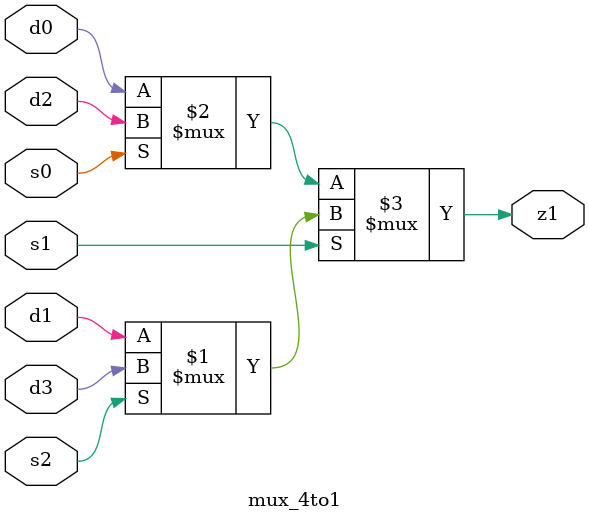
<source format=v>
`timescale 1ns / 1ps


module mux_4to1 (s0, s1, s2, d0, d1, d2, d3, z1);

input s0, s1, s2, d0, d1, d2, d3;
output z1;

assign z1 = s1 ? (s2 ? d3 : d1) : (s0 ? d2 : d0);
endmodule

</source>
